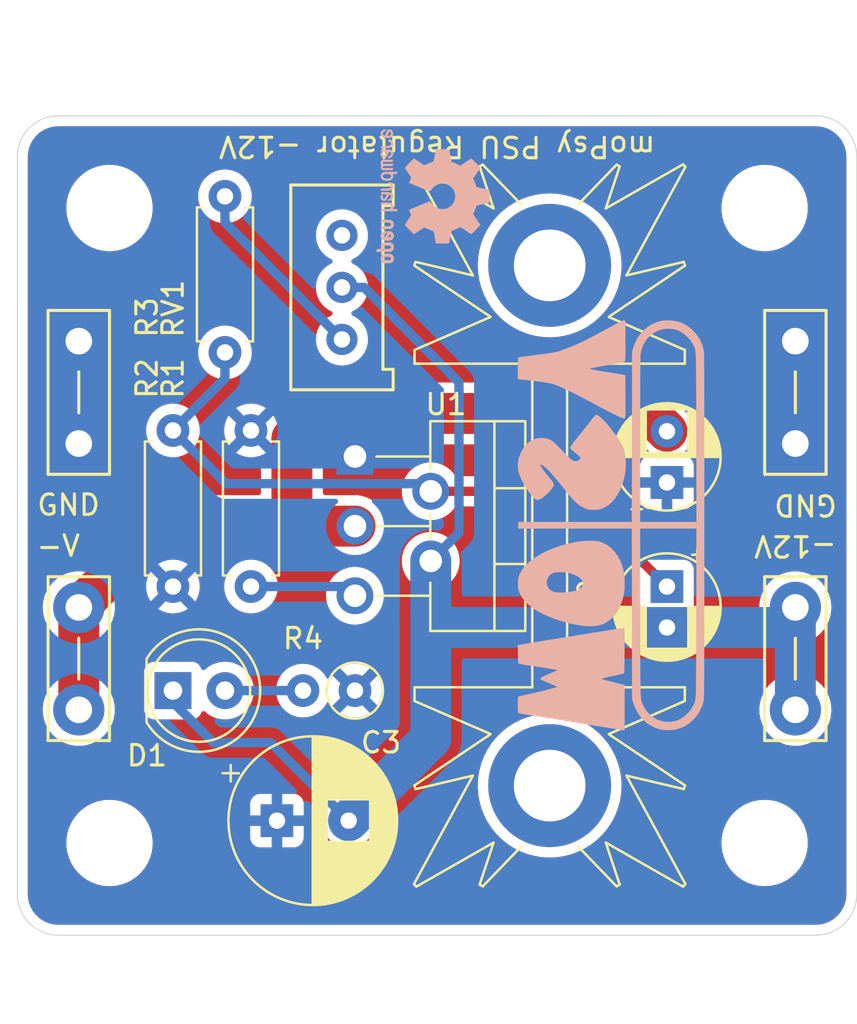
<source format=kicad_pcb>
(kicad_pcb (version 20211014) (generator pcbnew)
  (layers (0 "F.Cu" signal) (31 "B.Cu" signal) (34 "B.Paste" user) (35 "F.Paste" user) (36 "B.SilkS" user "B.Silkscreen") (37 "F.SilkS" user "F.Silkscreen") (38 "B.Mask" user) (39 "F.Mask" user) (44 "Edge.Cuts" user))
  (net 0 "")
  (net 1 "GND")
  (net 2 "-VDC")
  (net 3 "Net-(C2-Pad1)")
  (net 4 "-12V")
  (net 5 "Net-(D1-Pad2)")
  (net 6 "Net-(R1-Pad2)")
  (net 7 "Net-(R3-Pad2)")
  (footprint "Capacitor_THT:CP_Radial_D5.0mm_P2.00mm" (layer "F.Cu") (at 125.73 93.98 -90)
    (fp_text reference "C2" (at 0.635 3.81 90) (layer "F.SilkS"))
    (fp_text value "25u")
    (pad "1" thru_hole rect locked (at 0 0 270) (size 1.6 1.6) (drill 0.8) (layers *.Cu *.Mask) (net 3 "Net-(C2-Pad1)"))
    (pad "2" thru_hole circle locked (at 2 0 270) (size 1.6 1.6) (drill 0.8) (layers *.Cu *.Mask) (net 4 "-12V"))
  )
  (footprint "Capacitor_THT:CP_Radial_D8.0mm_P3.50mm" (layer "F.Cu") (at 106.68 105.41)
    (fp_text reference "C3" (at 5.08 -3.81) (layer "F.SilkS"))
    (fp_text value "150u")
    (pad "1" thru_hole rect locked (at 0 0) (size 1.6 1.6) (drill 0.8) (layers *.Cu *.Mask) (net 1 "GND"))
    (pad "2" thru_hole circle locked (at 3.5 0) (size 1.6 1.6) (drill 0.8) (layers *.Cu *.Mask) (net 4 "-12V"))
  )
  (footprint "LED_THT:LED_D5.0mm" (layer "F.Cu") (at 101.6 99.06)
    (fp_text reference "D1" (at -1.27 3.175) (layer "F.SilkS"))
    (fp_text value "rt")
    (pad "1" thru_hole rect locked (at 0 0) (size 1.8 1.8) (drill 0.9) (layers *.Cu *.Mask) (net 4 "-12V"))
    (pad "2" thru_hole circle locked (at 2.54 0) (size 1.8 1.8) (drill 0.9) (layers *.Cu *.Mask) (net 5 "Net-(D1-Pad2)"))
  )
  (footprint "moPsy:Connector FS-P475" (layer "F.Cu") (at 97 84.5 90)
    (fp_text reference "J1" hide)
    (fp_text value "Conn_01x01_Male")
    (pad "1" thru_hole circle locked (at 2.5 0 90) (size 2.5 2.5) (drill 1.3) (layers *.Cu *.Mask) (net 1 "GND"))
    (pad "1" thru_hole circle locked (at -2.5 0 90) (size 2.5 2.5) (drill 1.3) (layers *.Cu *.Mask) (net 1 "GND"))
  )
  (footprint "moPsy:Connector FS-P475" (layer "F.Cu") (at 97 97.5 90)
    (fp_text reference "J2" hide)
    (fp_text value "Conn_01x01_Male")
    (pad "1" thru_hole circle locked (at 2.5 0 90) (size 2.5 2.5) (drill 1.3) (layers *.Cu *.Mask) (net 2 "-VDC"))
    (pad "1" thru_hole circle locked (at -2.5 0 90) (size 2.5 2.5) (drill 1.3) (layers *.Cu *.Mask) (net 2 "-VDC"))
  )
  (footprint "moPsy:Suntan 3296 Trim Pot" (layer "F.Cu") (at 109.855 79.375 90)
    (fp_text reference "RV1" (at -2.54 -8.255 90) (layer "F.SilkS") (effects (justify left)))
    (fp_text value "1k")
    (pad "1" thru_hole circle locked (at -2.54 0 90) (size 1.524 1.524) (drill 0.8) (layers *.Cu *.Mask) (net 7 "Net-(R3-Pad2)"))
    (pad "2" thru_hole circle locked (at 0 0 90) (size 1.524 1.524) (drill 0.8) (layers *.Cu *.Mask) (net 4 "-12V"))
    (pad "3" thru_hole circle locked (at 2.54 0 90) (size 1.524 1.524) (drill 0.8) (layers *.Cu *.Mask))
  )
  (footprint "Package_TO_SOT_THT:TO-220-5_P3.4x3.7mm_StaggerOdd_Lead3.8mm_Vertical" (layer "F.Cu") (at 110.49 87.63 -90)
    (fp_text reference "U1" (at -2.54 -4.445 180) (layer "F.SilkS"))
    (fp_text value "LT1185")
    (pad "1" thru_hole rect locked (at 0 0 270) (size 1.8 1.8) (drill 1.1) (layers *.Cu *.Mask) (net 1 "GND"))
    (pad "2" thru_hole oval locked (at 1.7 -3.7 270) (size 1.8 1.8) (drill 1.1) (layers *.Cu *.Mask) (net 3 "Net-(C2-Pad1)"))
    (pad "3" thru_hole oval locked (at 3.4 0 270) (size 1.8 1.8) (drill 1.1) (layers *.Cu *.Mask) (net 2 "-VDC"))
    (pad "4" thru_hole oval locked (at 5.1 -3.7 270) (size 1.8 1.8) (drill 1.1) (layers *.Cu *.Mask) (net 4 "-12V"))
    (pad "5" thru_hole oval locked (at 6.8 0 270) (size 1.8 1.8) (drill 1.1) (layers *.Cu *.Mask) (net 6 "Net-(R1-Pad2)"))
  )
  (footprint "Heatsink:Heatsink_Fischer_SK104-STCB_35x13mm__2xDrill3.5mm_ScrewM3" (layer "F.Cu") (at 120 91 90)
    (fp_text reference "REF**" hide)
    (fp_text value "Heatsink_Fischer_SK104-STCB_35x13mm__2xDrill3.5mm_ScrewM3")
    (pad "1" thru_hole circle locked (at 12.7 0 90) (size 6 6) (drill 3.5) (layers *.Cu *.Mask))
    (pad "1" thru_hole circle locked (at -12.7 0 270) (size 6 6) (drill 3.5) (layers *.Cu *.Mask))
  )
  (footprint "Capacitor_THT:CP_Radial_D5.0mm_P2.50mm" (layer "F.Cu") (at 125.73 88.9 90)
    (fp_text reference "C1" (at 1.25 -3.75 90) (layer "F.SilkS"))
    (fp_text value "10u")
    (pad "1" thru_hole rect locked (at 0 0 90) (size 1.6 1.6) (drill 0.8) (layers *.Cu *.Mask) (net 1 "GND"))
    (pad "2" thru_hole circle locked (at 2.5 0 90) (size 1.6 1.6) (drill 0.8) (layers *.Cu *.Mask) (net 2 "-VDC"))
  )
  (footprint "MountingHole:MountingHole_3.2mm_M3" (layer "F.Cu") (at 98.5 106.5)
    (fp_text reference "REF**" hide)
    (fp_text value "MountingHole_3.2mm_M3" hide)
    (pad "" np_thru_hole circle locked (at 0 0) (size 3.2 3.2) (drill 3.2) (layers *.Cu *.Mask))
  )
  (footprint "Resistor_THT:R_Axial_DIN0207_L6.3mm_D2.5mm_P2.54mm_Vertical" (layer "F.Cu") (at 110.49 99.06 180)
    (fp_text reference "R4" (at 2.54 2.54) (layer "F.SilkS"))
    (fp_text value "480R")
    (pad "1" thru_hole circle locked (at 0 0 180) (size 1.6 1.6) (drill 0.8) (layers *.Cu *.Mask) (net 1 "GND"))
    (pad "2" thru_hole oval locked (at 2.54 0 180) (size 1.6 1.6) (drill 0.8) (layers *.Cu *.Mask) (net 5 "Net-(D1-Pad2)"))
  )
  (footprint "MountingHole:MountingHole_3.2mm_M3" (layer "F.Cu") (at 98.5 75.5)
    (fp_text reference "REF**" hide)
    (fp_text value "MountingHole_3.2mm_M3" hide)
    (pad "" np_thru_hole circle locked (at 0 0) (size 3.2 3.2) (drill 3.2) (layers *.Cu *.Mask))
  )
  (footprint "moPsy:Connector FS-P475" (layer "F.Cu") (at 132 84.5 90)
    (fp_text reference "J3" hide)
    (fp_text value "Conn_01x01_Male")
    (pad "1" thru_hole circle locked (at 2.5 0 90) (size 2.5 2.5) (drill 1.3) (layers *.Cu *.Mask) (net 1 "GND"))
    (pad "1" thru_hole circle locked (at -2.5 0 90) (size 2.5 2.5) (drill 1.3) (layers *.Cu *.Mask) (net 1 "GND"))
  )
  (footprint "MountingHole:MountingHole_3.2mm_M3" (layer "F.Cu") (at 130.5 106.5)
    (fp_text reference "REF**" hide)
    (fp_text value "MountingHole_3.2mm_M3" hide)
    (pad "" np_thru_hole circle locked (at 0 0) (size 3.2 3.2) (drill 3.2) (layers *.Cu *.Mask))
  )
  (footprint "moPsy:Connector FS-P475" (layer "F.Cu") (at 132 97.5 90)
    (fp_text reference "J4" hide)
    (fp_text value "Conn_01x01_Male")
    (pad "1" thru_hole circle locked (at -2.5 0 90) (size 2.5 2.5) (drill 1.3) (layers *.Cu *.Mask) (net 4 "-12V"))
    (pad "1" thru_hole circle locked (at 2.5 0 90) (size 2.5 2.5) (drill 1.3) (layers *.Cu *.Mask) (net 4 "-12V"))
  )
  (footprint "MountingHole:MountingHole_3.2mm_M3" (layer "F.Cu") (at 130.5 75.5)
    (fp_text reference "REF**" hide)
    (fp_text value "MountingHole_3.2mm_M3" hide)
    (pad "" np_thru_hole circle locked (at 0 0) (size 3.2 3.2) (drill 3.2) (layers *.Cu *.Mask))
  )
  (footprint "Resistor_THT:R_Axial_DIN0207_L6.3mm_D2.5mm_P7.62mm_Horizontal" (layer "F.Cu") (at 105.41 86.36 -90)
    (fp_text reference "R1" (at -2.54 3.81 90) (layer "F.SilkS"))
    (fp_text value "4k3")
    (pad "1" thru_hole circle locked (at 0 0 270) (size 1.6 1.6) (drill 0.8) (layers *.Cu *.Mask) (net 1 "GND"))
    (pad "2" thru_hole oval locked (at 7.62 0 270) (size 1.6 1.6) (drill 0.8) (layers *.Cu *.Mask) (net 6 "Net-(R1-Pad2)"))
  )
  (footprint "Resistor_THT:R_Axial_DIN0207_L6.3mm_D2.5mm_P7.62mm_Horizontal" (layer "F.Cu") (at 101.6 93.98 90)
    (fp_text reference "R2" (at 10.16 -1.27 90) (layer "F.SilkS"))
    (fp_text value "2k37")
    (pad "1" thru_hole circle locked (at 0 0 90) (size 1.6 1.6) (drill 0.8) (layers *.Cu *.Mask) (net 1 "GND"))
    (pad "2" thru_hole oval locked (at 7.62 0 90) (size 1.6 1.6) (drill 0.8) (layers *.Cu *.Mask) (net 3 "Net-(C2-Pad1)"))
  )
  (footprint "Resistor_THT:R_Axial_DIN0207_L6.3mm_D2.5mm_P7.62mm_Horizontal" (layer "F.Cu") (at 104.14 82.55 90)
    (fp_text reference "R3" (at 0.635 -3.81 90) (layer "F.SilkS") (effects (justify left)))
    (fp_text value "9k1")
    (pad "1" thru_hole circle locked (at 0 0 90) (size 1.6 1.6) (drill 0.8) (layers *.Cu *.Mask) (net 3 "Net-(C2-Pad1)"))
    (pad "2" thru_hole oval locked (at 7.62 0 90) (size 1.6 1.6) (drill 0.8) (layers *.Cu *.Mask) (net 7 "Net-(R3-Pad2)"))
  )
  (footprint "moPsy_KiCad:moPsy_logo_kicad_20x09_FSilk" (layer "B.Cu") (at 123 91 90)
    (fp_text reference "Ref**" hide)
    (fp_text value "Val**" hide)
  )
  (footprint "Symbol:OSHW-Logo2_7.3x6mm_SilkScreen" (layer "B.Cu") (at 114.3 74.93 90)
    (fp_text reference "REF**" hide)
    (fp_text value "OSHW-Logo2_7.3x6mm_SilkScreen" hide)
  )
  (gr_line (start 96 111) (end 133 111) (layer "Edge.Cuts") (width 0.05))
  (gr_line (start 135 73) (end 135 109) (layer "Edge.Cuts") (width 0.05))
  (gr_line (start 94 73) (end 94 109) (layer "Edge.Cuts") (width 0.05))
  (gr_line (start 96 71) (end 133 71) (layer "Edge.Cuts") (width 0.05))
  (gr_arc (start 94 73) (mid 94.585786 71.585786) (end 96 71) (layer "Edge.Cuts") (width 0.05))
  (gr_arc (start 133 71) (mid 134.414214 71.585786) (end 135 73) (layer "Edge.Cuts") (width 0.05))
  (gr_arc (start 96 111) (mid 94.585786 110.414214) (end 94 109) (layer "Edge.Cuts") (width 0.05))
  (gr_arc (start 135 109) (mid 134.414214 110.414214) (end 133 111) (layer "Edge.Cuts") (width 0.05))
  (gr_text "GND" (at 132.5 90 180) (layer "F.SilkS") (effects (font (size 1 1))))
  (gr_text "-12V" (at 132 92 180) (layer "F.SilkS") (effects (font (size 1 1))))
  (gr_text "-V" (at 96 92) (layer "F.SilkS") (effects (font (size 1 1))))
  (gr_text "moPsy PSU Regulator -12V" (at 114.5 72.5 180) (layer "F.SilkS") (effects (font (size 1 1))))
  (gr_text "GND" (at 96.5 90) (layer "F.SilkS") (effects (font (size 1 1))))
  (segment (start 97 95) (end 97 100) (width 2) (layer "F.Cu") (net 2))
  (segment (start 125.73 86.4) (end 124.859999 85.529999) (width 2) (layer "F.Cu") (net 2))
  (segment (start 107.410001 90.709999) (end 107.09 91.03) (width 2) (layer "F.Cu") (net 2))
  (segment (start 124.859999 85.529999) (end 108.629999 85.529999) (width 2) (layer "F.Cu") (net 2))
  (segment (start 110.49 91.03) (end 107.09 91.03) (width 2) (layer "F.Cu") (net 2))
  (segment (start 107.09 91.03) (end 100.97 91.03) (width 2) (layer "F.Cu") (net 2))
  (segment (start 107.410001 86.749997) (end 107.410001 90.709999) (width 2) (layer "F.Cu") (net 2))
  (segment (start 108.629999 85.529999) (end 107.410001 86.749997) (width 2) (layer "F.Cu") (net 2))
  (segment (start 100.97 91.03) (end 97 95) (width 2) (layer "F.Cu") (net 2))
  (segment (start 114.19 89.33) (end 121.08 89.33) (width 0.4572) (layer "F.Cu") (net 3))
  (segment (start 121.08 89.33) (end 125.73 93.98) (width 0.4572) (layer "F.Cu") (net 3))
  (segment (start 113.818601 88.958601) (end 114.19 89.33) (width 0.4572) (layer "B.Cu") (net 3))
  (segment (start 104.14 83.82) (end 101.6 86.36) (width 0.4572) (layer "B.Cu") (net 3))
  (segment (start 101.6 86.36) (end 104.198601 88.958601) (width 0.4572) (layer "B.Cu") (net 3))
  (segment (start 104.198601 88.958601) (end 113.818601 88.958601) (width 0.4572) (layer "B.Cu") (net 3))
  (segment (start 104.14 82.55) (end 104.14 83.82) (width 0.4572) (layer "B.Cu") (net 3))
  (segment (start 114.19 95.36) (end 114.19 101.4) (width 2) (layer "B.Cu") (net 4))
  (segment (start 115.57 84.01237) (end 115.57 91.35) (width 0.4572) (layer "B.Cu") (net 4))
  (segment (start 103.571998 101.6) (end 106.37 101.6) (width 0.4572) (layer "B.Cu") (net 4))
  (segment (start 110.93263 79.375) (end 115.57 84.01237) (width 0.4572) (layer "B.Cu") (net 4))
  (segment (start 125.73 95.98) (end 131.54 95.98) (width 2) (layer "B.Cu") (net 4))
  (segment (start 132 96.44) (end 132 100) (width 2) (layer "B.Cu") (net 4))
  (segment (start 132 95) (end 132 96.44) (width 2) (layer "B.Cu") (net 4))
  (segment (start 125.73 95.98) (end 114.81 95.98) (width 2) (layer "B.Cu") (net 4))
  (segment (start 106.37 101.6) (end 110.18 105.41) (width 0.4572) (layer "B.Cu") (net 4))
  (segment (start 109.855 79.375) (end 110.93263 79.375) (width 0.4572) (layer "B.Cu") (net 4))
  (segment (start 114.19 92.73) (end 114.19 95.36) (width 2) (layer "B.Cu") (net 4))
  (segment (start 101.6 99.628002) (end 103.571998 101.6) (width 0.4572) (layer "B.Cu") (net 4))
  (segment (start 101.6 99.06) (end 101.6 99.628002) (width 0.4572) (layer "B.Cu") (net 4))
  (segment (start 114.81 95.98) (end 114.19 95.36) (width 2) (layer "B.Cu") (net 4))
  (segment (start 131.54 95.98) (end 132 96.44) (width 2) (layer "B.Cu") (net 4))
  (segment (start 115.57 91.35) (end 114.19 92.73) (width 0.4572) (layer "B.Cu") (net 4))
  (segment (start 114.19 101.4) (end 110.18 105.41) (width 2) (layer "B.Cu") (net 4))
  (segment (start 104.14 99.06) (end 107.95 99.06) (width 0.4572) (layer "B.Cu") (net 5))
  (segment (start 110.04 93.98) (end 110.49 94.43) (width 0.4572) (layer "B.Cu") (net 6))
  (segment (start 105.41 93.98) (end 110.04 93.98) (width 0.4572) (layer "B.Cu") (net 6))
  (segment (start 104.14 76.2) (end 104.14 74.93) (width 0.4572) (layer "B.Cu") (net 7))
  (segment (start 109.855 81.915) (end 104.14 76.2) (width 0.4572) (layer "B.Cu") (net 7))
  (zone (net 1) (net_name "GND") (layer "F.Cu") (connect_pads (clearance 0.508)) (min_thickness 0.254) (fill yes (thermal_gap 0.508) (thermal_bridge_width 0.508))
    (polygon (pts (xy 135 111) (xy 94 111) (xy 94 71) (xy 135 71)))
  )
  (zone (net 1) (net_name "GND") (layer "B.Cu") (connect_pads (clearance 0.508)) (min_thickness 0.254) (fill yes (thermal_gap 0.508) (thermal_bridge_width 0.508))
    (polygon (pts (xy 135 111) (xy 94 111) (xy 94 71) (xy 135 71)))
  )
)
</source>
